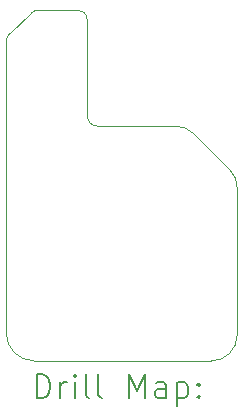
<source format=gbr>
%TF.GenerationSoftware,KiCad,Pcbnew,8.99.0-unknown-4e8e14ae3a~177~ubuntu22.04.1*%
%TF.CreationDate,2024-03-17T18:05:39+10:00*%
%TF.ProjectId,AVEFlex,41564546-6c65-4782-9e6b-696361645f70,rev?*%
%TF.SameCoordinates,Original*%
%TF.FileFunction,Drillmap*%
%TF.FilePolarity,Positive*%
%FSLAX45Y45*%
G04 Gerber Fmt 4.5, Leading zero omitted, Abs format (unit mm)*
G04 Created by KiCad (PCBNEW 8.99.0-unknown-4e8e14ae3a~177~ubuntu22.04.1) date 2024-03-17 18:05:39*
%MOMM*%
%LPD*%
G01*
G04 APERTURE LIST*
%ADD10C,0.050000*%
%ADD11C,0.200000*%
G04 APERTURE END LIST*
D10*
X13872136Y-9286073D02*
G75*
G02*
X13903362Y-9213478I100000J0D01*
G01*
X13903362Y-9213478D02*
X14084509Y-9041865D01*
X14084509Y-9041865D02*
G75*
G02*
X14153283Y-9014460I68775J-72595D01*
G01*
X14153283Y-9014460D02*
X14477802Y-9014460D01*
X14477802Y-9014460D02*
G75*
G02*
X14557936Y-9094593I0J-80134D01*
G01*
X14557936Y-9094593D02*
X14558090Y-9656306D01*
X14558090Y-9656306D02*
X14558090Y-9917985D01*
X14579601Y-9969917D02*
G75*
G02*
X14558090Y-9917985I51931J51931D01*
G01*
X14650312Y-9999206D02*
G75*
G02*
X14579601Y-9969917I0J100000D01*
G01*
X14650312Y-9999206D02*
X15313448Y-9999206D01*
X15313448Y-9999206D02*
G75*
G02*
X15454869Y-10057785I0J-200000D01*
G01*
X15454869Y-10057785D02*
X15769504Y-10372420D01*
X15769504Y-10372420D02*
G75*
G02*
X15828083Y-10514530I-141421J-141423D01*
G01*
X15828083Y-10514530D02*
X15827936Y-11769458D01*
X15827936Y-11769458D02*
G75*
G02*
X15611134Y-11986260I-216802J0D01*
G01*
X13872136Y-11748185D02*
X13872136Y-9286073D01*
X14110211Y-11986260D02*
G75*
G02*
X13872136Y-11748185I0J238075D01*
G01*
X14110211Y-11986260D02*
X15611134Y-11986260D01*
D11*
X14130413Y-12300244D02*
X14130413Y-12100244D01*
X14130413Y-12100244D02*
X14178032Y-12100244D01*
X14178032Y-12100244D02*
X14206603Y-12109768D01*
X14206603Y-12109768D02*
X14225651Y-12128815D01*
X14225651Y-12128815D02*
X14235175Y-12147863D01*
X14235175Y-12147863D02*
X14244699Y-12185958D01*
X14244699Y-12185958D02*
X14244699Y-12214530D01*
X14244699Y-12214530D02*
X14235175Y-12252625D01*
X14235175Y-12252625D02*
X14225651Y-12271673D01*
X14225651Y-12271673D02*
X14206603Y-12290720D01*
X14206603Y-12290720D02*
X14178032Y-12300244D01*
X14178032Y-12300244D02*
X14130413Y-12300244D01*
X14330413Y-12300244D02*
X14330413Y-12166911D01*
X14330413Y-12205006D02*
X14339937Y-12185958D01*
X14339937Y-12185958D02*
X14349460Y-12176434D01*
X14349460Y-12176434D02*
X14368508Y-12166911D01*
X14368508Y-12166911D02*
X14387556Y-12166911D01*
X14454222Y-12300244D02*
X14454222Y-12166911D01*
X14454222Y-12100244D02*
X14444699Y-12109768D01*
X14444699Y-12109768D02*
X14454222Y-12119292D01*
X14454222Y-12119292D02*
X14463746Y-12109768D01*
X14463746Y-12109768D02*
X14454222Y-12100244D01*
X14454222Y-12100244D02*
X14454222Y-12119292D01*
X14578032Y-12300244D02*
X14558984Y-12290720D01*
X14558984Y-12290720D02*
X14549460Y-12271673D01*
X14549460Y-12271673D02*
X14549460Y-12100244D01*
X14682794Y-12300244D02*
X14663746Y-12290720D01*
X14663746Y-12290720D02*
X14654222Y-12271673D01*
X14654222Y-12271673D02*
X14654222Y-12100244D01*
X14911365Y-12300244D02*
X14911365Y-12100244D01*
X14911365Y-12100244D02*
X14978032Y-12243101D01*
X14978032Y-12243101D02*
X15044699Y-12100244D01*
X15044699Y-12100244D02*
X15044699Y-12300244D01*
X15225651Y-12300244D02*
X15225651Y-12195482D01*
X15225651Y-12195482D02*
X15216127Y-12176434D01*
X15216127Y-12176434D02*
X15197080Y-12166911D01*
X15197080Y-12166911D02*
X15158984Y-12166911D01*
X15158984Y-12166911D02*
X15139937Y-12176434D01*
X15225651Y-12290720D02*
X15206603Y-12300244D01*
X15206603Y-12300244D02*
X15158984Y-12300244D01*
X15158984Y-12300244D02*
X15139937Y-12290720D01*
X15139937Y-12290720D02*
X15130413Y-12271673D01*
X15130413Y-12271673D02*
X15130413Y-12252625D01*
X15130413Y-12252625D02*
X15139937Y-12233577D01*
X15139937Y-12233577D02*
X15158984Y-12224054D01*
X15158984Y-12224054D02*
X15206603Y-12224054D01*
X15206603Y-12224054D02*
X15225651Y-12214530D01*
X15320889Y-12166911D02*
X15320889Y-12366911D01*
X15320889Y-12176434D02*
X15339937Y-12166911D01*
X15339937Y-12166911D02*
X15378032Y-12166911D01*
X15378032Y-12166911D02*
X15397080Y-12176434D01*
X15397080Y-12176434D02*
X15406603Y-12185958D01*
X15406603Y-12185958D02*
X15416127Y-12205006D01*
X15416127Y-12205006D02*
X15416127Y-12262149D01*
X15416127Y-12262149D02*
X15406603Y-12281196D01*
X15406603Y-12281196D02*
X15397080Y-12290720D01*
X15397080Y-12290720D02*
X15378032Y-12300244D01*
X15378032Y-12300244D02*
X15339937Y-12300244D01*
X15339937Y-12300244D02*
X15320889Y-12290720D01*
X15501841Y-12281196D02*
X15511365Y-12290720D01*
X15511365Y-12290720D02*
X15501841Y-12300244D01*
X15501841Y-12300244D02*
X15492318Y-12290720D01*
X15492318Y-12290720D02*
X15501841Y-12281196D01*
X15501841Y-12281196D02*
X15501841Y-12300244D01*
X15501841Y-12176434D02*
X15511365Y-12185958D01*
X15511365Y-12185958D02*
X15501841Y-12195482D01*
X15501841Y-12195482D02*
X15492318Y-12185958D01*
X15492318Y-12185958D02*
X15501841Y-12176434D01*
X15501841Y-12176434D02*
X15501841Y-12195482D01*
M02*

</source>
